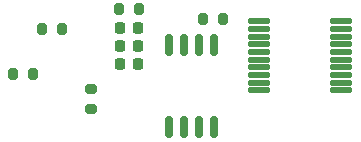
<source format=gbp>
%TF.GenerationSoftware,KiCad,Pcbnew,(6.0.2)*%
%TF.CreationDate,2022-05-02T21:41:20-07:00*%
%TF.ProjectId,hcms_dot_display_bottom,68636d73-5f64-46f7-945f-646973706c61,rev?*%
%TF.SameCoordinates,Original*%
%TF.FileFunction,Paste,Bot*%
%TF.FilePolarity,Positive*%
%FSLAX46Y46*%
G04 Gerber Fmt 4.6, Leading zero omitted, Abs format (unit mm)*
G04 Created by KiCad (PCBNEW (6.0.2)) date 2022-05-02 21:41:20*
%MOMM*%
%LPD*%
G01*
G04 APERTURE LIST*
G04 Aperture macros list*
%AMRoundRect*
0 Rectangle with rounded corners*
0 $1 Rounding radius*
0 $2 $3 $4 $5 $6 $7 $8 $9 X,Y pos of 4 corners*
0 Add a 4 corners polygon primitive as box body*
4,1,4,$2,$3,$4,$5,$6,$7,$8,$9,$2,$3,0*
0 Add four circle primitives for the rounded corners*
1,1,$1+$1,$2,$3*
1,1,$1+$1,$4,$5*
1,1,$1+$1,$6,$7*
1,1,$1+$1,$8,$9*
0 Add four rect primitives between the rounded corners*
20,1,$1+$1,$2,$3,$4,$5,0*
20,1,$1+$1,$4,$5,$6,$7,0*
20,1,$1+$1,$6,$7,$8,$9,0*
20,1,$1+$1,$8,$9,$2,$3,0*%
G04 Aperture macros list end*
%ADD10RoundRect,0.200000X0.200000X0.275000X-0.200000X0.275000X-0.200000X-0.275000X0.200000X-0.275000X0*%
%ADD11RoundRect,0.125000X0.825000X0.125000X-0.825000X0.125000X-0.825000X-0.125000X0.825000X-0.125000X0*%
%ADD12RoundRect,0.200000X-0.200000X-0.275000X0.200000X-0.275000X0.200000X0.275000X-0.200000X0.275000X0*%
%ADD13RoundRect,0.225000X0.225000X0.250000X-0.225000X0.250000X-0.225000X-0.250000X0.225000X-0.250000X0*%
%ADD14RoundRect,0.225000X-0.225000X-0.250000X0.225000X-0.250000X0.225000X0.250000X-0.225000X0.250000X0*%
%ADD15RoundRect,0.150000X-0.150000X0.800000X-0.150000X-0.800000X0.150000X-0.800000X0.150000X0.800000X0*%
%ADD16RoundRect,0.200000X-0.275000X0.200000X-0.275000X-0.200000X0.275000X-0.200000X0.275000X0.200000X0*%
G04 APERTURE END LIST*
D10*
X169925000Y-118000000D03*
X168275000Y-118000000D03*
D11*
X193600000Y-117375000D03*
X193600000Y-118025000D03*
X193600000Y-118675000D03*
X193600000Y-119325000D03*
X193600000Y-119975000D03*
X193600000Y-120625000D03*
X193600000Y-121275000D03*
X193600000Y-121925000D03*
X193600000Y-122575000D03*
X193600000Y-123225000D03*
X186600000Y-123225000D03*
X186600000Y-122575000D03*
X186600000Y-121925000D03*
X186600000Y-121275000D03*
X186600000Y-120625000D03*
X186600000Y-119975000D03*
X186600000Y-119325000D03*
X186600000Y-118675000D03*
X186600000Y-118025000D03*
X186600000Y-117375000D03*
D12*
X174775000Y-116350000D03*
X176425000Y-116350000D03*
D13*
X176375000Y-121000000D03*
X174825000Y-121000000D03*
D10*
X167475000Y-121850000D03*
X165825000Y-121850000D03*
D14*
X174825000Y-117900000D03*
X176375000Y-117900000D03*
D10*
X183575000Y-117200000D03*
X181925000Y-117200000D03*
D15*
X178995000Y-119350000D03*
X180265000Y-119350000D03*
X181535000Y-119350000D03*
X182805000Y-119350000D03*
X182805000Y-126350000D03*
X181535000Y-126350000D03*
X180265000Y-126350000D03*
X178995000Y-126350000D03*
D14*
X174825000Y-119450000D03*
X176375000Y-119450000D03*
D16*
X172400000Y-123125000D03*
X172400000Y-124775000D03*
M02*

</source>
